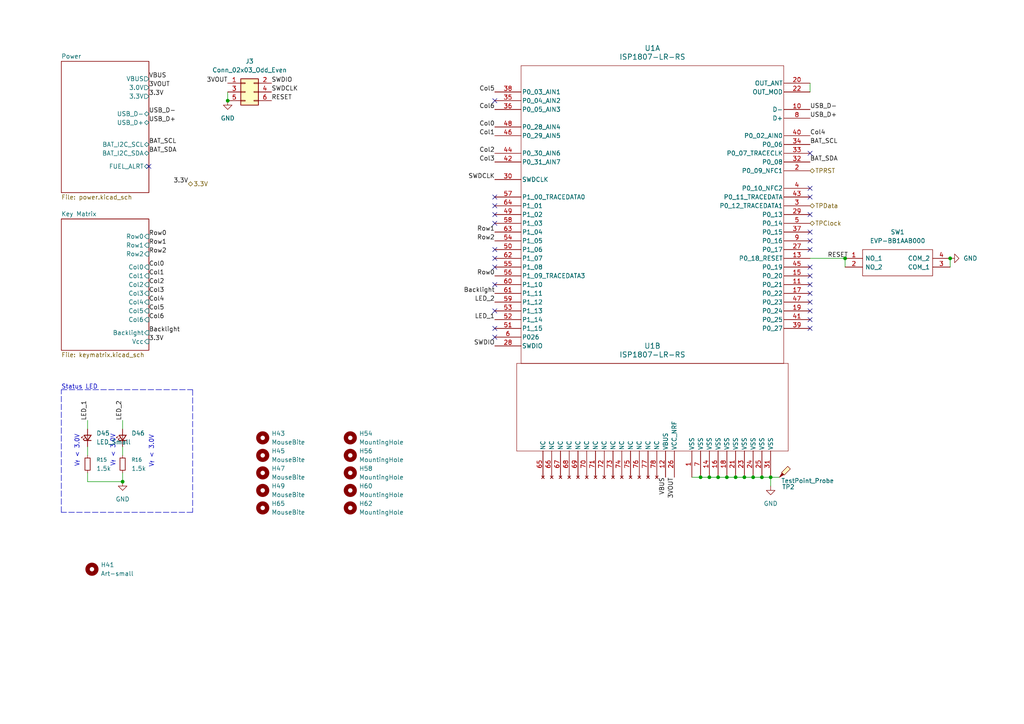
<source format=kicad_sch>
(kicad_sch (version 20250114) (generator "eeschema") (generator_version "9.0")
  (paper "A4")
  (title_block (title "Pipar Point") (date "2025-08-29") (rev "V3") (company "Pipar Keyboards"))
  (lib_symbols
    (symbol "Connector:TestPoint_Probe" (pin_numbers (hide yes)) (pin_names (offset 0.762) (hide yes))
      (property "Reference" "TP" (at 1.651 5.842 0))
      (property "Value" "TestPoint_Probe" (at 1.651 4.064 0))
      (symbol "TestPoint_Probe_0_1"
        (polyline (pts (xy 1.27 0.762) (xy 0 0) (xy 0.762 1.27) (xy 1.27 0.762)) (fill (type outline)))
        (polyline (pts (xy 1.397 0.635) (xy 0.635 1.397) (xy 2.413 3.175) (xy 3.175 2.413) (xy 1.397 0.635)) (fill (type background)))
      )
      (symbol "TestPoint_Probe_1_1"
        (pin passive line (at 0 0 90) (length 0) (name "1") (number "1"))
      )
    )
    (symbol "Connector_Generic:Conn_02x03_Odd_Even" (pin_names (offset 1.016) (hide yes))
      (property "Reference" "J" (at 1.27 5.08 0))
      (property "Value" "Conn_02x03_Odd_Even" (at 1.27 -5.08 0))
      (symbol "Conn_02x03_Odd_Even_1_1"
        (rectangle (start -1.27 3.81) (end 3.81 -3.81) (stroke (width 0.254)) (fill (type background)))
        (rectangle (start -1.27 2.667) (end 0 2.413) (stroke (width 0.1524)))
        (rectangle (start -1.27 0.127) (end 0 -0.127) (stroke (width 0.1524)))
        (rectangle (start -1.27 -2.413) (end 0 -2.667) (stroke (width 0.1524)))
        (rectangle (start 3.81 2.667) (end 2.54 2.413) (stroke (width 0.1524)))
        (rectangle (start 3.81 0.127) (end 2.54 -0.127) (stroke (width 0.1524)))
        (rectangle (start 3.81 -2.413) (end 2.54 -2.667) (stroke (width 0.1524)))
        (pin passive line (at -5.08 2.54 0) (length 3.81) (name "Pin_1") (number "1"))
        (pin passive line (at -5.08 0 0) (length 3.81) (name "Pin_3") (number "3"))
        (pin passive line (at -5.08 -2.54 0) (length 3.81) (name "Pin_5") (number "5"))
        (pin passive line (at 7.62 2.54 180) (length 3.81) (name "Pin_2") (number "2"))
        (pin passive line (at 7.62 0 180) (length 3.81) (name "Pin_4") (number "4"))
        (pin passive line (at 7.62 -2.54 180) (length 3.81) (name "Pin_6") (number "6"))
      )
    )
    (symbol "ISP1807-LR-RS:ISP1807-LR-RS" (pin_names (offset 0.254))
      (property "Reference" "U" (at 45.72 12.7 0))
      (property "Value" "ISP1807-LR-RS" (at 45.72 10.16 0))
      (symbol "ISP1807-LR-RS_1_1"
        (polyline (pts (xy 7.62 7.62) (xy 7.62 -78.74)) (stroke (width 0.127)))
        (polyline (pts (xy 7.62 -78.74) (xy 83.82 -78.74)) (stroke (width 0.127)))
        (polyline (pts (xy 83.82 7.62) (xy 7.62 7.62)) (stroke (width 0.127)))
        (polyline (pts (xy 83.82 -78.74) (xy 83.82 7.62)) (stroke (width 0.127)))
        (pin input line (at 0 0 0) (length 7.62) (name "P0_03_AIN1") (number "38"))
        (pin input line (at 0 -2.54 0) (length 7.62) (name "P0_04_AIN2") (number "35"))
        (pin input line (at 0 -5.08 0) (length 7.62) (name "P0_05_AIN3") (number "36"))
        (pin input line (at 0 -10.16 0) (length 7.62) (name "P0_28_AIN4") (number "48"))
        (pin input line (at 0 -12.7 0) (length 7.62) (name "P0_29_AIN5") (number "46"))
        (pin input line (at 0 -17.78 0) (length 7.62) (name "P0_30_AIN6") (number "44"))
        (pin input line (at 0 -20.32 0) (length 7.62) (name "P0_31_AIN7") (number "42"))
        (pin input line (at 0 -25.4 0) (length 7.62) (name "SWDCLK") (number "30"))
        (pin bidirectional line (at 0 -30.48 0) (length 7.62) (name "P1_00_TRACEDATA0") (number "57"))
        (pin bidirectional line (at 0 -33.02 0) (length 7.62) (name "P1_01") (number "64"))
        (pin bidirectional line (at 0 -35.56 0) (length 7.62) (name "P1_02") (number "49"))
        (pin bidirectional line (at 0 -38.1 0) (length 7.62) (name "P1_03") (number "58"))
        (pin bidirectional line (at 0 -40.64 0) (length 7.62) (name "P1_04") (number "63"))
        (pin bidirectional line (at 0 -43.18 0) (length 7.62) (name "P1_05") (number "54"))
        (pin bidirectional line (at 0 -45.72 0) (length 7.62) (name "P1_06") (number "50"))
        (pin bidirectional line (at 0 -48.26 0) (length 7.62) (name "P1_07") (number "62"))
        (pin bidirectional line (at 0 -50.8 0) (length 7.62) (name "P1_08") (number "55"))
        (pin bidirectional line (at 0 -53.34 0) (length 7.62) (name "P1_09_TRACEDATA3") (number "56"))
        (pin bidirectional line (at 0 -55.88 0) (length 7.62) (name "P1_10") (number "60"))
        (pin bidirectional line (at 0 -58.42 0) (length 7.62) (name "P1_11") (number "61"))
        (pin bidirectional line (at 0 -60.96 0) (length 7.62) (name "P1_12") (number "59"))
        (pin bidirectional line (at 0 -63.5 0) (length 7.62) (name "P1_13") (number "53"))
        (pin bidirectional line (at 0 -66.04 0) (length 7.62) (name "P1_14") (number "52"))
        (pin bidirectional line (at 0 -68.58 0) (length 7.62) (name "P1_15") (number "51"))
        (pin bidirectional line (at 0 -71.12 0) (length 7.62) (name "P026") (number "6"))
        (pin bidirectional line (at 0 -73.66 0) (length 7.62) (name "SWDIO") (number "28"))
        (pin bidirectional line (at 91.44 2.54 180) (length 7.62) (name "OUT_ANT") (number "20"))
        (pin bidirectional line (at 91.44 0 180) (length 7.62) (name "OUT_MOD") (number "22"))
        (pin bidirectional line (at 91.44 -5.08 180) (length 7.62) (name "D-") (number "10"))
        (pin bidirectional line (at 91.44 -7.62 180) (length 7.62) (name "D+") (number "8"))
        (pin bidirectional line (at 91.44 -12.7 180) (length 7.62) (name "P0_02_AIN0") (number "40"))
        (pin bidirectional line (at 91.44 -15.24 180) (length 7.62) (name "P0_06") (number "34"))
        (pin bidirectional line (at 91.44 -17.78 180) (length 7.62) (name "P0_07_TRACECLK") (number "33"))
        (pin bidirectional line (at 91.44 -20.32 180) (length 7.62) (name "P0_08") (number "32"))
        (pin bidirectional line (at 91.44 -22.86 180) (length 7.62) (name "P0_09_NFC1") (number "2"))
        (pin bidirectional line (at 91.44 -27.94 180) (length 7.62) (name "P0_10_NFC2") (number "4"))
        (pin bidirectional line (at 91.44 -30.48 180) (length 7.62) (name "P0_11_TRACEDATA") (number "43"))
        (pin bidirectional line (at 91.44 -33.02 180) (length 7.62) (name "P0_12_TRACEDATA1") (number "3"))
        (pin bidirectional line (at 91.44 -35.56 180) (length 7.62) (name "P0_13") (number "29"))
        (pin bidirectional line (at 91.44 -38.1 180) (length 7.62) (name "P0_14") (number "5"))
        (pin bidirectional line (at 91.44 -40.64 180) (length 7.62) (name "P0_15") (number "37"))
        (pin bidirectional line (at 91.44 -43.18 180) (length 7.62) (name "P0_16") (number "9"))
        (pin bidirectional line (at 91.44 -45.72 180) (length 7.62) (name "P0_17") (number "27"))
        (pin bidirectional line (at 91.44 -48.26 180) (length 7.62) (name "P0_18_RESET") (number "13"))
        (pin bidirectional line (at 91.44 -50.8 180) (length 7.62) (name "P0_19") (number "45"))
        (pin bidirectional line (at 91.44 -53.34 180) (length 7.62) (name "P0_20") (number "15"))
        (pin bidirectional line (at 91.44 -55.88 180) (length 7.62) (name "P0_21") (number "11"))
        (pin bidirectional line (at 91.44 -58.42 180) (length 7.62) (name "P0_22") (number "17"))
        (pin bidirectional line (at 91.44 -60.96 180) (length 7.62) (name "P0_23") (number "47"))
        (pin bidirectional line (at 91.44 -63.5 180) (length 7.62) (name "P0_24") (number "19"))
        (pin bidirectional line (at 91.44 -66.04 180) (length 7.62) (name "P0_25") (number "41"))
        (pin bidirectional line (at 91.44 -68.58 180) (length 7.62) (name "P0_27") (number "39"))
      )
      (symbol "ISP1807-LR-RS_2_1"
        (polyline (pts (xy 7.62 7.62) (xy 7.62 -71.12)) (stroke (width 0.127)))
        (polyline (pts (xy 7.62 -71.12) (xy 33.02 -71.12)) (stroke (width 0.127)))
        (polyline (pts (xy 33.02 7.62) (xy 7.62 7.62)) (stroke (width 0.127)))
        (polyline (pts (xy 33.02 -71.12) (xy 33.02 7.62)) (stroke (width 0.127)))
        (pin no_connect line (at 0 0 0) (length 7.62) (name "NC") (number "65"))
        (pin no_connect line (at 0 -2.54 0) (length 7.62) (name "NC") (number "66"))
        (pin no_connect line (at 0 -5.08 0) (length 7.62) (name "NC") (number "67"))
        (pin no_connect line (at 0 -7.62 0) (length 7.62) (name "NC") (number "68"))
        (pin no_connect line (at 0 -10.16 0) (length 7.62) (name "NC") (number "69"))
        (pin no_connect line (at 0 -12.7 0) (length 7.62) (name "NC") (number "70"))
        (pin no_connect line (at 0 -15.24 0) (length 7.62) (name "NC") (number "71"))
        (pin no_connect line (at 0 -17.78 0) (length 7.62) (name "NC") (number "72"))
        (pin no_connect line (at 0 -20.32 0) (length 7.62) (name "NC") (number "73"))
        (pin no_connect line (at 0 -22.86 0) (length 7.62) (name "NC") (number "74"))
        (pin no_connect line (at 0 -25.4 0) (length 7.62) (name "NC") (number "75"))
        (pin no_connect line (at 0 -27.94 0) (length 7.62) (name "NC") (number "76"))
        (pin no_connect line (at 0 -30.48 0) (length 7.62) (name "NC") (number "77"))
        (pin no_connect line (at 0 -33.02 0) (length 7.62) (name "NC") (number "78"))
        (pin power_in line (at 0 -35.56 0) (length 7.62) (name "VBUS") (number "12"))
        (pin power_in line (at 0 -38.1 0) (length 7.62) (name "VCC_NRF") (number "26"))
        (pin power_out line (at 0 -43.18 0) (length 7.62) (name "VSS") (number "1"))
        (pin power_out line (at 0 -45.72 0) (length 7.62) (name "VSS") (number "7"))
        (pin power_out line (at 0 -48.26 0) (length 7.62) (name "VSS") (number "14"))
        (pin power_out line (at 0 -50.8 0) (length 7.62) (name "VSS") (number "16"))
        (pin power_out line (at 0 -53.34 0) (length 7.62) (name "VSS") (number "18"))
        (pin power_out line (at 0 -55.88 0) (length 7.62) (name "VSS") (number "21"))
        (pin power_out line (at 0 -58.42 0) (length 7.62) (name "VSS") (number "23"))
        (pin power_out line (at 0 -60.96 0) (length 7.62) (name "VSS") (number "24"))
        (pin power_out line (at 0 -63.5 0) (length 7.62) (name "VSS") (number "25"))
        (pin power_out line (at 0 -66.04 0) (length 7.62) (name "VSS") (number "31"))
      )
    )
    (symbol "ISP1807-LR-RS_1" (pin_names (offset 0.254))
      (property "Reference" "U" (at 45.72 12.7 0))
      (property "Value" "ISP1807-LR-RS" (at 45.72 10.16 0))
      (symbol "ISP1807-LR-RS_1_1_1"
        (polyline (pts (xy 7.62 7.62) (xy 7.62 -78.74)) (stroke (width 0.127)))
        (polyline (pts (xy 7.62 -78.74) (xy 83.82 -78.74)) (stroke (width 0.127)))
        (polyline (pts (xy 83.82 7.62) (xy 7.62 7.62)) (stroke (width 0.127)))
        (polyline (pts (xy 83.82 -78.74) (xy 83.82 7.62)) (stroke (width 0.127)))
        (pin input line (at 0 0 0) (length 7.62) (name "P0_03_AIN1") (number "38"))
        (pin input line (at 0 -2.54 0) (length 7.62) (name "P0_04_AIN2") (number "35"))
        (pin input line (at 0 -5.08 0) (length 7.62) (name "P0_05_AIN3") (number "36"))
        (pin input line (at 0 -10.16 0) (length 7.62) (name "P0_28_AIN4") (number "48"))
        (pin input line (at 0 -12.7 0) (length 7.62) (name "P0_29_AIN5") (number "46"))
        (pin input line (at 0 -17.78 0) (length 7.62) (name "P0_30_AIN6") (number "44"))
        (pin input line (at 0 -20.32 0) (length 7.62) (name "P0_31_AIN7") (number "42"))
        (pin input line (at 0 -25.4 0) (length 7.62) (name "SWDCLK") (number "30"))
        (pin bidirectional line (at 0 -30.48 0) (length 7.62) (name "P1_00_TRACEDATA0") (number "57"))
        (pin bidirectional line (at 0 -33.02 0) (length 7.62) (name "P1_01") (number "64"))
        (pin bidirectional line (at 0 -35.56 0) (length 7.62) (name "P1_02") (number "49"))
        (pin bidirectional line (at 0 -38.1 0) (length 7.62) (name "P1_03") (number "58"))
        (pin bidirectional line (at 0 -40.64 0) (length 7.62) (name "P1_04") (number "63"))
        (pin bidirectional line (at 0 -43.18 0) (length 7.62) (name "P1_05") (number "54"))
        (pin bidirectional line (at 0 -45.72 0) (length 7.62) (name "P1_06") (number "50"))
        (pin bidirectional line (at 0 -48.26 0) (length 7.62) (name "P1_07") (number "62"))
        (pin bidirectional line (at 0 -50.8 0) (length 7.62) (name "P1_08") (number "55"))
        (pin bidirectional line (at 0 -53.34 0) (length 7.62) (name "P1_09_TRACEDATA3") (number "56"))
        (pin bidirectional line (at 0 -55.88 0) (length 7.62) (name "P1_10") (number "60"))
        (pin bidirectional line (at 0 -58.42 0) (length 7.62) (name "P1_11") (number "61"))
        (pin bidirectional line (at 0 -60.96 0) (length 7.62) (name "P1_12") (number "59"))
        (pin bidirectional line (at 0 -63.5 0) (length 7.62) (name "P1_13") (number "53"))
        (pin bidirectional line (at 0 -66.04 0) (length 7.62) (name "P1_14") (number "52"))
        (pin bidirectional line (at 0 -68.58 0) (length 7.62) (name "P1_15") (number "51"))
        (pin bidirectional line (at 0 -71.12 0) (length 7.62) (name "P026") (number "6"))
        (pin bidirectional line (at 0 -73.66 0) (length 7.62) (name "SWDIO") (number "28"))
        (pin bidirectional line (at 91.44 2.54 180) (length 7.62) (name "OUT_ANT") (number "20"))
        (pin bidirectional line (at 91.44 0 180) (length 7.62) (name "OUT_MOD") (number "22"))
        (pin bidirectional line (at 91.44 -5.08 180) (length 7.62) (name "D-") (number "10"))
        (pin bidirectional line (at 91.44 -7.62 180) (length 7.62) (name "D+") (number "8"))
        (pin bidirectional line (at 91.44 -12.7 180) (length 7.62) (name "P0_02_AIN0") (number "40"))
        (pin bidirectional line (at 91.44 -15.24 180) (length 7.62) (name "P0_06") (number "34"))
        (pin bidirectional line (at 91.44 -17.78 180) (length 7.62) (name "P0_07_TRACECLK") (number "33"))
        (pin bidirectional line (at 91.44 -20.32 180) (length 7.62) (name "P0_08") (number "32"))
        (pin bidirectional line (at 91.44 -22.86 180) (length 7.62) (name "P0_09_NFC1") (number "2"))
        (pin bidirectional line (at 91.44 -27.94 180) (length 7.62) (name "P0_10_NFC2") (number "4"))
        (pin bidirectional line (at 91.44 -30.48 180) (length 7.62) (name "P0_11_TRACEDATA") (number "43"))
        (pin bidirectional line (at 91.44 -33.02 180) (length 7.62) (name "P0_12_TRACEDATA1") (number "3"))
        (pin bidirectional line (at 91.44 -35.56 180) (length 7.62) (name "P0_13") (number "29"))
        (pin bidirectional line (at 91.44 -38.1 180) (length 7.62) (name "P0_14") (number "5"))
        (pin bidirectional line (at 91.44 -40.64 180) (length 7.62) (name "P0_15") (number "37"))
        (pin bidirectional line (at 91.44 -43.18 180) (length 7.62) (name "P0_16") (number "9"))
        (pin bidirectional line (at 91.44 -45.72 180) (length 7.62) (name "P0_17") (number "27"))
        (pin bidirectional line (at 91.44 -48.26 180) (length 7.62) (name "P0_18_RESET") (number "13"))
        (pin bidirectional line (at 91.44 -50.8 180) (length 7.62) (name "P0_19") (number "45"))
        (pin bidirectional line (at 91.44 -53.34 180) (length 7.62) (name "P0_20") (number "15"))
        (pin bidirectional line (at 91.44 -55.88 180) (length 7.62) (name "P0_21") (number "11"))
        (pin bidirectional line (at 91.44 -58.42 180) (length 7.62) (name "P0_22") (number "17"))
        (pin bidirectional line (at 91.44 -60.96 180) (length 7.62) (name "P0_23") (number "47"))
        (pin bidirectional line (at 91.44 -63.5 180) (length 7.62) (name "P0_24") (number "19"))
        (pin bidirectional line (at 91.44 -66.04 180) (length 7.62) (name "P0_25") (number "41"))
        (pin bidirectional line (at 91.44 -68.58 180) (length 7.62) (name "P0_27") (number "39"))
      )
      (symbol "ISP1807-LR-RS_1_2_1"
        (polyline (pts (xy 7.62 7.62) (xy 7.62 -71.12)) (stroke (width 0.127)))
        (polyline (pts (xy 7.62 -71.12) (xy 33.02 -71.12)) (stroke (width 0.127)))
        (polyline (pts (xy 33.02 7.62) (xy 7.62 7.62)) (stroke (width 0.127)))
        (polyline (pts (xy 33.02 -71.12) (xy 33.02 7.62)) (stroke (width 0.127)))
        (pin no_connect line (at 0 0 0) (length 7.62) (name "NC") (number "65"))
        (pin no_connect line (at 0 -2.54 0) (length 7.62) (name "NC") (number "66"))
        (pin no_connect line (at 0 -5.08 0) (length 7.62) (name "NC") (number "67"))
        (pin no_connect line (at 0 -7.62 0) (length 7.62) (name "NC") (number "68"))
        (pin no_connect line (at 0 -10.16 0) (length 7.62) (name "NC") (number "69"))
        (pin no_connect line (at 0 -12.7 0) (length 7.62) (name "NC") (number "70"))
        (pin no_connect line (at 0 -15.24 0) (length 7.62) (name "NC") (number "71"))
        (pin no_connect line (at 0 -17.78 0) (length 7.62) (name "NC") (number "72"))
        (pin no_connect line (at 0 -20.32 0) (length 7.62) (name "NC") (number "73"))
        (pin no_connect line (at 0 -22.86 0) (length 7.62) (name "NC") (number "74"))
        (pin no_connect line (at 0 -25.4 0) (length 7.62) (name "NC") (number "75"))
        (pin no_connect line (at 0 -27.94 0) (length 7.62) (name "NC") (number "76"))
        (pin no_connect line (at 0 -30.48 0) (length 7.62) (name "NC") (number "77"))
        (pin no_connect line (at 0 -33.02 0) (length 7.62) (name "NC") (number "78"))
        (pin power_in line (at 0 -35.56 0) (length 7.62) (name "VBUS") (number "12"))
        (pin power_in line (at 0 -38.1 0) (length 7.62) (name "VCC_NRF") (number "26"))
        (pin power_in line (at 0 -43.18 0) (length 7.62) (name "VSS") (number "1"))
        (pin power_in line (at 0 -45.72 0) (length 7.62) (name "VSS") (number "7"))
        (pin power_in line (at 0 -48.26 0) (length 7.62) (name "VSS") (number "14"))
        (pin power_in line (at 0 -50.8 0) (length 7.62) (name "VSS") (number "16"))
        (pin power_in line (at 0 -53.34 0) (length 7.62) (name "VSS") (number "18"))
        (pin power_in line (at 0 -55.88 0) (length 7.62) (name "VSS") (number "21"))
        (pin power_in line (at 0 -58.42 0) (length 7.62) (name "VSS") (number "23"))
        (pin power_in line (at 0 -60.96 0) (length 7.62) (name "VSS") (number "24"))
        (pin power_in line (at 0 -63.5 0) (length 7.62) (name "VSS") (number "25"))
        (pin power_in line (at 0 -66.04 0) (length 7.62) (name "VSS") (number "31"))
      )
    )
    (symbol "LED_Small_1" (pin_numbers (hide yes)) (pin_names (offset 0.254) (hide yes))
      (property "Reference" "D" (at -1.27 3.175 0))
      (property "Value" "LED_Small" (at -4.445 -2.54 0))
      (symbol "LED_Small_1_0_1"
        (polyline (pts (xy -0.762 -1.016) (xy -0.762 1.016)) (stroke (width 0.254)))
        (polyline (pts (xy 0 0.762) (xy -0.508 1.27) (xy -0.254 1.27) (xy -0.508 1.27) (xy -0.508 1.016)))
        (polyline (pts (xy 0.508 1.27) (xy 0 1.778) (xy 0.254 1.778) (xy 0 1.778) (xy 0 1.524)))
        (polyline (pts (xy 0.762 -1.016) (xy -0.762 0) (xy 0.762 1.016) (xy 0.762 -1.016)) (stroke (width 0.254)))
        (polyline (pts (xy 1.016 0) (xy -0.762 0)))
      )
      (symbol "LED_Small_1_1_1"
        (pin passive line (at -2.54 0 0) (length 1.778) (name "K") (number "1"))
        (pin passive line (at 2.54 0 180) (length 1.778) (name "A") (number "2"))
      )
    )
    (symbol "Mechanical:MountingHole" (pin_numbers (hide yes)) (pin_names (offset 1.016) (hide yes)) (in_bom no)
      (property "Reference" "H" (at 0 5.08 0))
      (property "Value" "MountingHole" (at 0 3.175 0))
      (symbol "MountingHole_0_1"
        (circle (center 0 0) (radius 1.27) (stroke (width 1.27)))
      )
    )
    (symbol "MountingHole_1" (pin_names (offset 1.016)) (in_bom no)
      (property "Reference" "H" (at 0 5.08 0))
      (property "Value" "MountingHole" (at 0 3.175 0))
      (symbol "MountingHole_1_0_1"
        (circle (center 0 0) (radius 1.27) (stroke (width 1.27)))
      )
    )
    (symbol "MountingHole_2" (pin_names (offset 1.016)) (in_bom no)
      (property "Reference" "H" (at 0 5.08 0))
      (property "Value" "MountingHole" (at 0 3.175 0))
      (symbol "MountingHole_2_0_1"
        (circle (center 0 0) (radius 1.27) (stroke (width 1.27)))
      )
    )
    (symbol "R_Small_1" (pin_numbers (hide yes)) (pin_names (offset 0.254) (hide yes))
      (property "Reference" "R" (at 0 0 90))
      (property "Value" "R_Small" (at 1.778 0 90))
      (symbol "R_Small_1_0_1"
        (rectangle (start -0.762 1.778) (end 0.762 -1.778) (stroke (width 0.2032)))
      )
      (symbol "R_Small_1_1_1"
        (pin passive line (at 0 2.54 270) (length 0.762) (name "~") (number "1"))
        (pin passive line (at 0 -2.54 90) (length 0.762) (name "~") (number "2"))
      )
    )
    (symbol "SamacSys_Parts:EVP-BB1AAB000" (pin_names (offset 0.762))
      (property "Reference" "S" (at 26.67 7.62 0))
      (property "Value" "EVP-BB1AAB000" (at 26.67 5.08 0))
      (symbol "EVP-BB1AAB000_0_0"
        (pin passive line (at 0 0 0) (length 5.08) (name "NO_1") (number "1"))
        (pin passive line (at 0 -2.54 0) (length 5.08) (name "NO_2") (number "2"))
        (pin passive line (at 30.48 0 180) (length 5.08) (name "COM_2") (number "4"))
        (pin passive line (at 30.48 -2.54 180) (length 5.08) (name "COM_1") (number "3"))
      )
      (symbol "EVP-BB1AAB000_0_1"
        (polyline (pts (xy 5.08 2.54) (xy 25.4 2.54) (xy 25.4 -5.08) (xy 5.08 -5.08) (xy 5.08 2.54)) (stroke (width 0.1524)))
      )
    )
    (symbol "power:GND" (power) (pin_numbers (hide yes)) (pin_names (offset 0) (hide yes))
      (property "Value" "GND" (at 0 -3.81 0))
      (symbol "GND_0_1"
        (polyline (pts (xy 0 0) (xy 0 -1.27) (xy 1.27 -1.27) (xy 0 -2.54) (xy -1.27 -1.27) (xy 0 -1.27)))
      )
      (symbol "GND_1_1"
        (pin power_in line (at 0 0 270) (length 0) (name "~") (number "1"))
      )
    )
  )
  (text "V_{f} < 3.0V" (at 23.114 125.984 90) (effects (font (size 1.27 1.27)) (justify right bottom)))
  (text "V_{f} < 3.0V" (at 44.704 135.636 90) (effects (font (size 1.27 1.27)) (justify left bottom)))
  (text "Status LED" (at 17.78 113.03 0) (effects (font (size 1.27 1.27)) (justify left bottom)))
  (text "V_{f} < 3.0V" (at 33.528 135.382 90) (effects (font (size 1.27 1.27)) (justify left bottom)))
  (junction (at 220.98 138.43))
  (junction (at 213.36 138.43))
  (junction (at 215.9 138.43))
  (junction (at 210.82 138.43))
  (junction (at 245.11 74.93))
  (junction (at 35.56 139.7))
  (junction (at 66.04 29.21))
  (junction (at 208.28 138.43))
  (junction (at 203.2 138.43))
  (junction (at 218.44 138.43))
  (junction (at 223.52 138.43))
  (junction (at 275.59 74.93))
  (junction (at 205.74 138.43))
  (no_connect (at 143.51 95.25))
  (no_connect (at 234.95 95.25))
  (no_connect (at 234.95 87.63))
  (no_connect (at 234.95 54.61))
  (no_connect (at 143.51 90.17))
  (no_connect (at 143.51 97.79))
  (no_connect (at 234.95 72.39))
  (no_connect (at 143.51 82.55))
  (no_connect (at 143.51 29.21))
  (no_connect (at 234.95 57.15))
  (no_connect (at 234.95 90.17))
  (no_connect (at 234.95 80.01))
  (no_connect (at 143.51 59.69))
  (no_connect (at 143.51 62.23))
  (no_connect (at 143.51 72.39))
  (no_connect (at 43.18 48.26))
  (no_connect (at 234.95 82.55))
  (no_connect (at 234.95 92.71))
  (no_connect (at 234.95 44.45))
  (no_connect (at 143.51 64.77))
  (no_connect (at 234.95 69.85))
  (no_connect (at 234.95 77.47))
  (no_connect (at 234.95 85.09))
  (no_connect (at 143.51 57.15))
  (no_connect (at 234.95 62.23))
  (no_connect (at 234.95 67.31))
  (no_connect (at 143.51 74.93))
  (no_connect (at 143.51 77.47))
  (wire (pts (xy 25.4 137.16) (xy 25.4 139.7)))
  (wire (pts (xy 25.4 129.54) (xy 25.4 132.08)))
  (wire (pts (xy 234.95 74.93) (xy 245.11 74.93)))
  (wire (pts (xy 220.98 138.43) (xy 223.52 138.43)))
  (wire (pts (xy 210.82 138.43) (xy 213.36 138.43)))
  (wire (pts (xy 35.56 121.92) (xy 35.56 124.46)))
  (wire (pts (xy 218.44 138.43) (xy 220.98 138.43)))
  (polyline (pts (xy 17.78 113.03) (xy 55.88 113.03)) (stroke (width 0) (type dash)))
  (wire (pts (xy 25.4 139.7) (xy 35.56 139.7)))
  (wire (pts (xy 213.36 138.43) (xy 215.9 138.43)))
  (wire (pts (xy 234.95 24.13) (xy 234.95 26.67)))
  (wire (pts (xy 226.06 138.43) (xy 223.52 138.43)))
  (wire (pts (xy 35.56 137.16) (xy 35.56 139.7)))
  (wire (pts (xy 215.9 138.43) (xy 218.44 138.43)))
  (wire (pts (xy 25.4 121.92) (xy 25.4 124.46)))
  (wire (pts (xy 275.59 74.93) (xy 275.59 77.47)))
  (polyline (pts (xy 17.78 148.59) (xy 17.78 113.03)) (stroke (width 0) (type dash)))
  (wire (pts (xy 35.56 129.54) (xy 35.56 132.08)))
  (wire (pts (xy 223.52 138.43) (xy 223.52 140.97)))
  (wire (pts (xy 66.04 26.67) (xy 66.04 29.21)))
  (polyline (pts (xy 55.88 148.59) (xy 17.78 148.59)) (stroke (width 0) (type dash)))
  (wire (pts (xy 205.74 138.43) (xy 208.28 138.43)))
  (wire (pts (xy 245.11 74.93) (xy 245.11 77.47)))
  (wire (pts (xy 200.66 138.43) (xy 203.2 138.43)))
  (wire (pts (xy 203.2 138.43) (xy 205.74 138.43)))
  (polyline (pts (xy 55.88 113.03) (xy 55.88 148.59)) (stroke (width 0) (type dash)))
  (wire (pts (xy 208.28 138.43) (xy 210.82 138.43)))
  (label "3VOUT" (at 195.58 138.43 270))
  (label "BAT_SCL" (at 43.18 41.91 0))
  (label "VBUS" (at 43.18 22.86 0))
  (label "Col5" (at 143.51 26.67 180))
  (label "BAT_SDA" (at 43.18 44.45 0))
  (label "Col6" (at 143.51 31.75 180))
  (label "BAT_SCL" (at 234.95 41.91 0))
  (label "Row2" (at 143.51 69.85 180))
  (label "LED_1" (at 25.4 121.92 90))
  (label "USB_D+" (at 43.18 35.56 0))
  (label "Col3" (at 143.51 46.99 180))
  (label "Row0" (at 43.18 68.58 0))
  (label "Col3" (at 43.18 85.09 0))
  (label "Col5" (at 43.18 90.17 0))
  (label "3.3V" (at 43.18 99.06 0))
  (label "3.3V" (at 43.18 27.94 0))
  (label "Row0" (at 143.51 80.01 180))
  (label "Backlight" (at 143.51 85.09 180))
  (label "LED_2" (at 35.56 121.92 90))
  (label "USB_D-" (at 234.95 31.75 0))
  (label "Row1" (at 43.18 71.12 0))
  (label "Col0" (at 43.18 77.47 0))
  (label "USB_D-" (at 43.18 33.02 0))
  (label "RESET" (at 78.74 29.21 0))
  (label "LED_1" (at 143.51 92.71 180))
  (label "Col1" (at 43.18 80.01 0))
  (label "Col2" (at 143.51 44.45 180))
  (label "3VOUT" (at 66.04 24.13 180))
  (label "USB_D+" (at 234.95 34.29 0))
  (label "3VOUT" (at 43.18 25.4 0))
  (label "3.3V" (at 54.61 53.34 180))
  (label "SWDIO" (at 143.51 100.33 180))
  (label "RESET" (at 240.03 74.93 0))
  (label "Row2" (at 43.18 73.66 0))
  (label "Row1" (at 143.51 67.31 180))
  (label "Col1" (at 143.51 39.37 180))
  (label "VBUS" (at 193.04 138.43 270))
  (label "Col0" (at 143.51 36.83 180))
  (label "Col4" (at 234.95 39.37 0))
  (label "Backlight" (at 43.18 96.52 0))
  (label "Col4" (at 43.18 87.63 0))
  (label "Col6" (at 43.18 92.71 0))
  (label "Col2" (at 43.18 82.55 0))
  (label "SWDIO" (at 78.74 24.13 0))
  (label "SWDCLK" (at 78.74 26.67 0))
  (label "BAT_SDA" (at 234.95 46.99 0))
  (label "LED_2" (at 143.51 87.63 180))
  (label "SWDCLK" (at 143.51 52.07 180))
  (hierarchical_label "3.3V" (shape bidirectional) (at 54.61 53.34 0))
  (hierarchical_label "TPClock" (shape bidirectional) (at 234.95 64.77 0))
  (hierarchical_label "TPData" (shape bidirectional) (at 234.95 59.69 0))
  (hierarchical_label "TPRST" (shape bidirectional) (at 234.95 49.53 0))
  (symbol (lib_id "power:GND") (at 223.52 140.97 0) (unit 1)
    (property "Reference" "#PWR01" (effects (hide yes)))
    (property "Value" "GND" (at 223.52 146.05 0))
    (property "Description" "Power symbol creates a global label with name \"GND\" , ground" (effects (hide yes)))
    (instances (project "pipar_point_v3" (path "" (reference "#PWR01") (unit 1)) (path "" (reference "#PWR03") (unit 1))))
  )
  (symbol (lib_name "MountingHole_1") (lib_id "Mechanical:MountingHole") (at 76.2 127 0) (unit 1) (in_bom no)
    (property "Reference" "H43" (at 78.74 125.7299 0) (effects (justify left)))
    (property "Value" "MouseBite" (at 78.74 128.2699 0) (effects (justify left)))
    (property "Footprint" "mouse-bite:mouse-bite-3mm-6mm" (effects (hide yes)))
    (property "Description" "Mounting Hole without connection" (effects (hide yes)))
    (instances (project "" (path "" (reference "H43") (unit 1)) (path "" (reference "H44") (unit 1))))
  )
  (symbol (lib_name "MountingHole_1") (lib_id "Mechanical:MountingHole") (at 76.2 147.32 0) (unit 1) (in_bom no)
    (property "Reference" "H65" (at 78.74 146.0499 0) (effects (justify left)))
    (property "Value" "MouseBite" (at 78.74 148.5899 0) (effects (justify left)))
    (property "Footprint" "mouse-bite:mouse-bite-3mm-6mm" (effects (hide yes)))
    (property "Description" "Mounting Hole without connection" (effects (hide yes)))
    (instances (project "pipar_point_v3" (path "" (reference "H65") (unit 1)) (path "" (reference "H67") (unit 1))))
  )
  (symbol (lib_id "power:GND") (at 35.56 139.7 0) (unit 1)
    (property "Reference" "#PWR045" (effects (hide yes)))
    (property "Value" "GND" (at 35.56 144.78 0))
    (property "Description" "Power symbol creates a global label with name \"GND\" , ground" (effects (hide yes)))
    (instances (project "pipar_point_v3" (path "" (reference "#PWR045") (unit 1)) (path "" (reference "#PWR046") (unit 1))))
  )
  (symbol (lib_name "MountingHole_1") (lib_id "Mechanical:MountingHole") (at 76.2 132.08 0) (unit 1) (in_bom no)
    (property "Reference" "H45" (at 78.74 130.8099 0) (effects (justify left)))
    (property "Value" "MouseBite" (at 78.74 133.3499 0) (effects (justify left)))
    (property "Footprint" "mouse-bite:mouse-bite-3mm-6mm" (effects (hide yes)))
    (property "Description" "Mounting Hole without connection" (effects (hide yes)))
    (instances (project "pipar_point_v3" (path "" (reference "H45") (unit 1)) (path "" (reference "H46") (unit 1))))
  )
  (symbol (lib_name "LED_Small_1") (lib_id "Device:LED_Small") (at 25.4 127 90) (unit 1)
    (property "Reference" "D45" (at 27.94 125.6664 90) (effects (justify right)))
    (property "Value" "LED_Small" (at 27.94 128.2064 90) (effects (justify right)))
    (property "Footprint" "LED_SMD:LED_0603_1608Metric" (effects (hide yes)))
    (property "Description" "Light emitting diode, small symbol" (effects (hide yes)))
    (property "Sim.Pin" "1=K 2=A" (effects (hide yes)))
    (property "Manufacturer_Name" "Inolux" (effects (hide yes)))
    (property "Manufacturer_Part_Number" "IN-PIS63BTPR" (effects (hide yes)))
    (property "Mouser Part Number" "743-IN-PIS63BTPR" (effects (hide yes)))
    (instances (project "pipar_point_v3" (path "" (reference "D45") (unit 1)) (path "" (reference "D48") (unit 1))))
  )
  (symbol (lib_name "LED_Small_1") (lib_id "Device:LED_Small") (at 35.56 127 90) (unit 1)
    (property "Reference" "D46" (at 38.1 125.6664 90) (effects (justify right)))
    (property "Value" "LED_Small" (effects (hide yes)))
    (property "Footprint" "LED_SMD:LED_0603_1608Metric" (effects (hide yes)))
    (property "Description" "Light emitting diode, small symbol" (effects (hide yes)))
    (property "Sim.Pin" "1=K 2=A" (effects (hide yes)))
    (property "Manufacturer_Name" "Inolux" (effects (hide yes)))
    (property "Manufacturer_Part_Number" "IN-PIS63BTPG" (effects (hide yes)))
    (property "Mouser Part Number" "743-IN-PIS63BTPG" (effects (hide yes)))
    (instances (project "pipar_point_v3" (path "" (reference "D46") (unit 1)) (path "" (reference "D49") (unit 1))))
  )
  (symbol (lib_name "MountingHole_2") (lib_id "Mechanical:MountingHole") (at 101.6 127 0) (unit 1) (in_bom no)
    (property "Reference" "H54" (at 104.14 125.7299 0) (effects (justify left)))
    (property "Value" "MountingHole" (at 104.14 128.2699 0) (effects (justify left)))
    (property "Footprint" "MountingHole:MountingHole_2.2mm_M2" (effects (hide yes)))
    (property "Description" "Mounting Hole without connection" (effects (hide yes)))
    (instances (project "" (path "" (reference "H54") (unit 1)) (path "" (reference "H55") (unit 1))))
  )
  (symbol (lib_id "Mechanical:MountingHole") (at 26.67 165.1 0) (unit 1) (in_bom no)
    (property "Reference" "H41" (at 29.21 163.8299 0) (effects (justify left)))
    (property "Value" "Art-small" (at 29.21 166.3699 0) (effects (justify left)))
    (property "Footprint" "Art:Salt-smallest" (effects (hide yes)))
    (property "Description" "Mounting Hole without connection" (effects (hide yes)))
    (instances (project "pipar_point_v3" (path "" (reference "H41") (unit 1)) (path "" (reference "H42") (unit 1))))
  )
  (symbol (lib_id "Connector:TestPoint_Probe") (at 226.06 138.43 0) (unit 1) (in_bom no)
    (property "Reference" "TP2" (at 226.822 141.224 0) (effects (justify left)))
    (property "Value" "TestPoint_Probe" (at 226.568 139.446 0) (effects (justify left)))
    (property "Footprint" "TestPoint:TestPoint_Pad_D1.0mm" (effects (hide yes)))
    (property "Description" "test point (alternative probe-style design)" (effects (hide yes)))
    (instances (project "pipar_point_v3" (path "" (reference "TP2") (unit 1)) (path "" (reference "TP4") (unit 1))))
  )
  (symbol (lib_id "Connector_Generic:Conn_02x03_Odd_Even") (at 71.12 26.67 0) (unit 1) (in_bom no)
    (property "Reference" "J3" (at 72.39 17.78 0))
    (property "Value" "Conn_02x03_Odd_Even" (at 72.39 20.32 0))
    (property "Footprint" "Connector_PinHeader_2.00mm:PinHeader_2x03_P2.00mm_Vertical" (effects (hide yes)))
    (property "Description" "Generic connector, double row, 02x03, odd/even pin numbering scheme (row 1 odd numbers, row 2 even numbers), script generated (kicad-library-utils/schlib/autogen/connector/)" (effects (hide yes)))
    (instances (project "pipar_point_v3" (path "" (reference "J3") (unit 1)) (path "" (reference "J4") (unit 1))))
  )
  (symbol (lib_name "MountingHole_2") (lib_id "Mechanical:MountingHole") (at 101.6 147.32 0) (unit 1) (in_bom no)
    (property "Reference" "H62" (at 104.14 146.0499 0) (effects (justify left)))
    (property "Value" "MountingHole" (at 104.14 148.5899 0) (effects (justify left)))
    (property "Footprint" "MountingHole:MountingHole_2.2mm_M2" (effects (hide yes)))
    (property "Description" "Mounting Hole without connection" (effects (hide yes)))
    (instances (project "pipar_point_v3" (path "" (reference "H62") (unit 1)) (path "" (reference "H63") (unit 1))))
  )
  (symbol (lib_id "power:GND") (at 66.04 29.21 0) (unit 1)
    (property "Reference" "#PWR043" (effects (hide yes)))
    (property "Value" "GND" (at 66.04 34.29 0))
    (property "Description" "Power symbol creates a global label with name \"GND\" , ground" (effects (hide yes)))
    (instances (project "pipar_point_v3" (path "" (reference "#PWR043") (unit 1)) (path "" (reference "#PWR044") (unit 1))))
  )
  (symbol (lib_name "MountingHole_1") (lib_id "Mechanical:MountingHole") (at 76.2 137.16 0) (unit 1) (in_bom no)
    (property "Reference" "H47" (at 78.74 135.8899 0) (effects (justify left)))
    (property "Value" "MouseBite" (at 78.74 138.4299 0) (effects (justify left)))
    (property "Footprint" "mouse-bite:mouse-bite-3mm-6mm" (effects (hide yes)))
    (property "Description" "Mounting Hole without connection" (effects (hide yes)))
    (instances (project "pipar_point_v3" (path "" (reference "H47") (unit 1)) (path "" (reference "H48") (unit 1))))
  )
  (symbol (lib_name "ISP1807-LR-RS_1") (lib_id "ISP1807-LR-RS:ISP1807-LR-RS") (at 157.48 138.43 90) (unit 2)
    (property "Reference" "U1" (at 189.23 100.33 90) (effects (font (size 1.524 1.524))))
    (property "Value" "ISP1807-LR-RS" (at 189.23 102.87 90) (effects (font (size 1.524 1.524))))
    (property "Footprint" "ISP1807-LR-RS:ISP1807-LR-RS" (effects (hide yes)))
    (property "Datasheet" "ISP1807-LR-RS" (effects (hide yes)))
    (property "Manufacturer_Name" "Insight SiP" (effects (hide yes)))
    (property "Manufacturer_Part_Number" "ISP1807-LR-RS " (effects (hide yes)))
    (property "Mouser Part Number" "359-ISP1807-LR-RS" (effects (hide yes)))
    (instances (project "pipar_point_v3" (path "" (reference "U1") (unit 2)) (path "" (reference "U2") (unit 2))))
  )
  (symbol (lib_id "ISP1807-LR-RS:ISP1807-LR-RS") (at 143.51 26.67 0) (unit 1)
    (property "Reference" "U1" (at 189.23 13.97 0) (effects (font (size 1.524 1.524))))
    (property "Value" "ISP1807-LR-RS" (at 189.23 16.51 0) (effects (font (size 1.524 1.524))))
    (property "Footprint" "ISP1807-LR-RS:ISP1807-LR-RS" (effects (hide yes)))
    (property "Datasheet" "ISP1807-LR-RS" (effects (hide yes)))
    (property "Manufacturer_Name" "Insight SiP" (effects (hide yes)))
    (property "Manufacturer_Part_Number" "ISP1807-LR-RS " (effects (hide yes)))
    (property "Mouser Part Number" "359-ISP1807-LR-RS" (effects (hide yes)))
    (instances (project "pipar_point_v3" (path "" (reference "U1") (unit 1)) (path "" (reference "U2") (unit 1))))
  )
  (symbol (lib_name "MountingHole_1") (lib_id "Mechanical:MountingHole") (at 76.2 142.24 0) (unit 1) (in_bom no)
    (property "Reference" "H49" (at 78.74 140.9699 0) (effects (justify left)))
    (property "Value" "MouseBite" (at 78.74 143.5099 0) (effects (justify left)))
    (property "Footprint" "mouse-bite:mouse-bite-3mm-6mm" (effects (hide yes)))
    (property "Description" "Mounting Hole without connection" (effects (hide yes)))
    (instances (project "pipar_point_v3" (path "" (reference "H49") (unit 1)) (path "" (reference "H50") (unit 1))))
  )
  (symbol (lib_name "MountingHole_2") (lib_id "Mechanical:MountingHole") (at 101.6 142.24 0) (unit 1) (in_bom no)
    (property "Reference" "H60" (at 104.14 140.9699 0) (effects (justify left)))
    (property "Value" "MountingHole" (at 104.14 143.5099 0) (effects (justify left)))
    (property "Footprint" "MountingHole:MountingHole_2.2mm_M2" (effects (hide yes)))
    (property "Description" "Mounting Hole without connection" (effects (hide yes)))
    (instances (project "pipar_point_v3" (path "" (reference "H60") (unit 1)) (path "" (reference "H61") (unit 1))))
  )
  (symbol (lib_id "SamacSys_Parts:EVP-BB1AAB000") (at 245.11 74.93 0) (unit 1)
    (property "Reference" "SW1" (at 260.35 67.31 0))
    (property "Value" "EVP-BB1AAB000" (at 260.35 69.85 0))
    (property "Footprint" "SamacSys_Parts:EVPBB2A9B000" (effects (hide yes)))
    (property "Description" "Tactile Switches 2.6x1.6x0.5mm 1N 0.08mm Travel" (effects (hide yes)))
    (property "Description_1" "Tactile Switches 2.6x1.6x0.5mm 1N 0.08mm Travel" (effects (hide yes)))
    (property "Height" "0" (effects (hide yes)))
    (property "Mouser Part Number" "667-EVP-BB1AAB000" (effects (hide yes)))
    (property "Mouser Price/Stock" "https://www.mouser.co.uk/ProductDetail/Panasonic/EVP-BB1AAB000?qs=f9yNj16SXrKiqfR0eFFobA%3D%3D" (effects (hide yes)))
    (property "Manufacturer_Name" "Panasonic" (effects (hide yes)))
    (property "Manufacturer_Part_Number" "EVP-BB1AAB000" (effects (hide yes)))
    (instances (project "pipar_point_v3" (path "" (reference "SW1") (unit 1)) (path "" (reference "SW2") (unit 1))))
  )
  (symbol (lib_name "R_Small_1") (lib_id "Device:R_Small") (at 35.56 134.62 180) (unit 1)
    (property "Reference" "R16" (at 38.1 133.3499 0) (effects (font (size 1.016 1.016)) (justify right)))
    (property "Value" "1.5k" (at 38.1 135.8899 0) (effects (justify right)))
    (property "Footprint" "Resistor_SMD:R_0603_1608Metric" (effects (hide yes)))
    (property "Description" "Resistor, small symbol" (effects (hide yes)))
    (property "Manufacturer_Name" "YAGEO" (effects (hide yes)))
    (property "Manufacturer_Part_Number" "RC0603FR-071K5L" (effects (hide yes)))
    (property "Mouser Part Number" "603-RC0603FR-071K5L " (effects (hide yes)))
    (instances (project "pipar_point_v3" (path "" (reference "R16") (unit 1)) (path "" (reference "R19") (unit 1))))
  )
  (symbol (lib_name "R_Small_1") (lib_id "Device:R_Small") (at 25.4 134.62 180) (unit 1)
    (property "Reference" "R15" (at 27.94 133.3499 0) (effects (font (size 1.016 1.016)) (justify right)))
    (property "Value" "1.5k" (at 27.94 135.8899 0) (effects (justify right)))
    (property "Footprint" "Resistor_SMD:R_0603_1608Metric" (effects (hide yes)))
    (property "Description" "Resistor, small symbol" (effects (hide yes)))
    (property "Manufacturer_Name" "YAGEO" (effects (hide yes)))
    (property "Manufacturer_Part_Number" "RC0603FR-071K5L" (effects (hide yes)))
    (property "Mouser Part Number" "603-RC0603FR-071K5L " (effects (hide yes)))
    (instances (project "pipar_point_v3" (path "" (reference "R15") (unit 1)) (path "" (reference "R18") (unit 1))))
  )
  (symbol (lib_name "MountingHole_2") (lib_id "Mechanical:MountingHole") (at 101.6 137.16 0) (unit 1) (in_bom no)
    (property "Reference" "H58" (at 104.14 135.8899 0) (effects (justify left)))
    (property "Value" "MountingHole" (at 104.14 138.4299 0) (effects (justify left)))
    (property "Footprint" "MountingHole:MountingHole_2.2mm_M2" (effects (hide yes)))
    (property "Description" "Mounting Hole without connection" (effects (hide yes)))
    (instances (project "pipar_point_v3" (path "" (reference "H58") (unit 1)) (path "" (reference "H59") (unit 1))))
  )
  (symbol (lib_id "power:GND") (at 275.59 74.93 90) (unit 1)
    (property "Reference" "#PWR02" (effects (hide yes)))
    (property "Value" "GND" (at 279.4 74.9299 90) (effects (justify right)))
    (property "Description" "Power symbol creates a global label with name \"GND\" , ground" (effects (hide yes)))
    (instances (project "pipar_point_v3" (path "" (reference "#PWR02") (unit 1)) (path "" (reference "#PWR04") (unit 1))))
  )
  (symbol (lib_name "MountingHole_2") (lib_id "Mechanical:MountingHole") (at 101.6 132.08 0) (unit 1) (in_bom no)
    (property "Reference" "H56" (at 104.14 130.8099 0) (effects (justify left)))
    (property "Value" "MountingHole" (at 104.14 133.3499 0) (effects (justify left)))
    (property "Footprint" "MountingHole:MountingHole_2.2mm_M2" (effects (hide yes)))
    (property "Description" "Mounting Hole without connection" (effects (hide yes)))
    (instances (project "pipar_point_v3" (path "" (reference "H56") (unit 1)) (path "" (reference "H57") (unit 1))))
  )
  (sheet (at 17.78 63.5) (size 25.4 38.1) (stroke (width 0.1524))
    (property "Sheetname" "Key Matrix" (at 17.78 62.7884 0) (effects (justify left bottom)))
    (property "Sheetfile" "keymatrix.kicad_sch" (at 17.78 102.1846 0) (effects (justify left top)))
    (pin "Col5" input (at 43.18 90.17 0))
    (pin "Row0" input (at 43.18 68.58 0))
    (pin "Col0" input (at 43.18 77.47 0))
    (pin "Col4" input (at 43.18 87.63 0))
    (pin "Col3" input (at 43.18 85.09 0))
    (pin "Col6" input (at 43.18 92.71 0))
    (pin "Row1" input (at 43.18 71.12 0))
    (pin "Col2" input (at 43.18 82.55 0))
    (pin "Row2" input (at 43.18 73.66 0))
    (pin "Vcc" input (at 43.18 99.06 0))
    (pin "Col1" input (at 43.18 80.01 0))
    (pin "Backlight" input (at 43.18 96.52 0))
  )
  (sheet (at 17.78 17.78) (size 25.4 38.1) (stroke (width 0.1524))
    (property "Sheetname" "Power" (at 17.78 17.0684 0) (effects (justify left bottom)))
    (property "Sheetfile" "power.kicad_sch" (at 17.78 56.4646 0) (effects (justify left top)))
    (pin "3.0V" output (at 43.18 25.4 0))
    (pin "USB_D-" bidirectional (at 43.18 33.02 0))
    (pin "BAT_I2C_SCL" bidirectional (at 43.18 41.91 0))
    (pin "VBUS" output (at 43.18 22.86 0))
    (pin "FUEL_ALRT" bidirectional (at 43.18 48.26 0))
    (pin "USB_D+" bidirectional (at 43.18 35.56 0))
    (pin "BAT_I2C_SDA" bidirectional (at 43.18 44.45 0))
    (pin "3.3V" output (at 43.18 27.94 0))
  )
)
</source>
